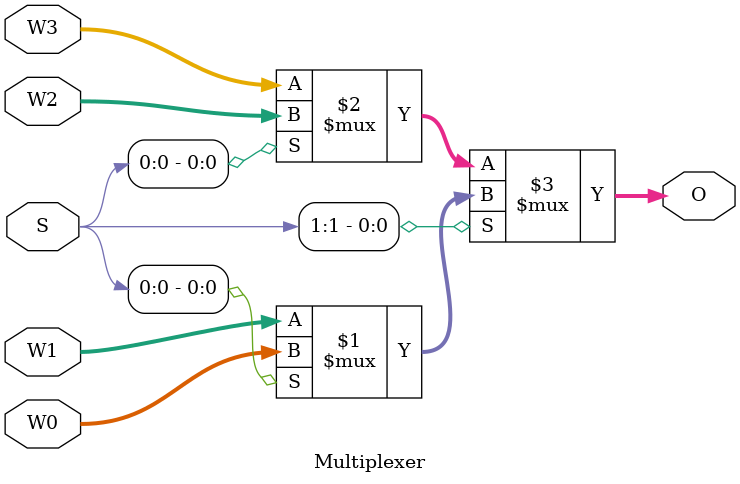
<source format=v>
`timescale 1ns / 1ps
module Multiplexer(O,S,W3,W2,W1,W0);
	output [3:0]O;
	input [1:0]S;
	input [3:0]W3;
	input [3:0]W2;
	input [3:0]W1;
	input [3:0]W0;
	
	assign O=S[1]?(S[0]?W0:W1):(S[0]?W2:W3);
endmodule

</source>
